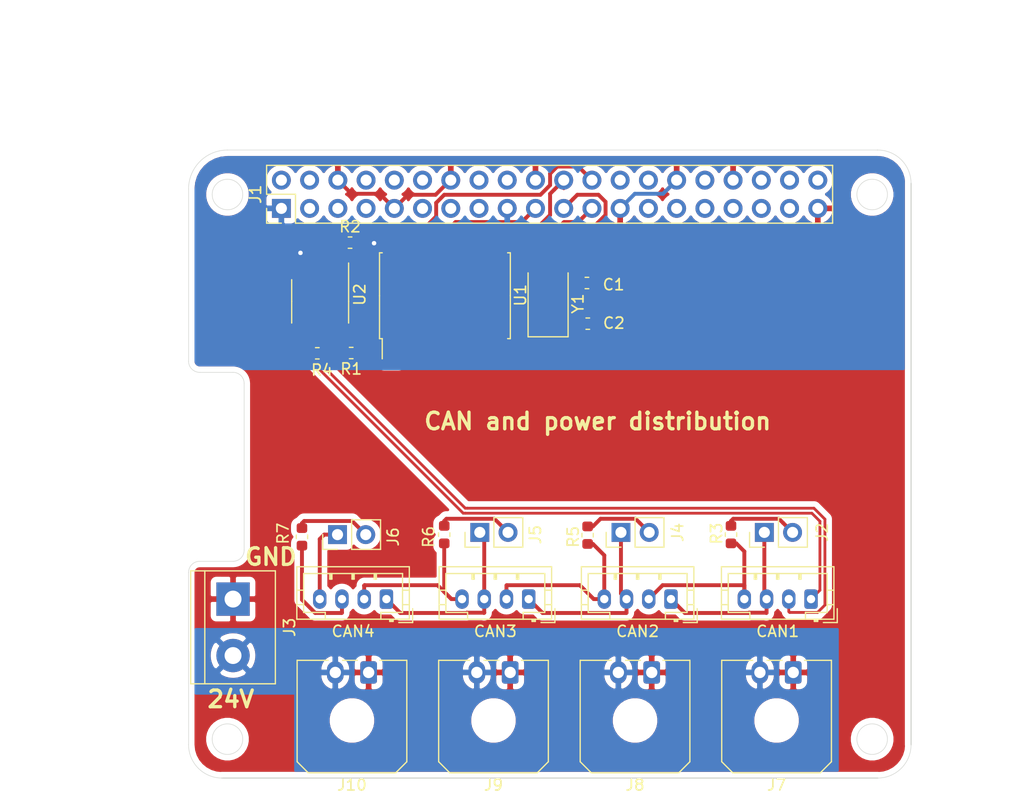
<source format=kicad_pcb>
(kicad_pcb (version 20171130) (host pcbnew "(5.1.5)-3")
  (layers (0 F.Cu signal) (31 B.Cu signal) (34 B.Paste user) (35 F.Paste user) (36 B.SilkS user) (37 F.SilkS user) (38 B.Mask user) (39 F.Mask user) (44 Edge.Cuts user))
  (net 0 "")
  (net 1 GND)
  (net 2 "Net-(C1-Pad1)")
  (net 3 "Net-(C2-Pad1)")
  (net 4 +3V3)
  (net 5 GPIO25)
  (net 6 "Net-(J2-Pad2)")
  (net 7 CANL)
  (net 8 CANH)
  (net 9 "Net-(J4-Pad2)")
  (net 10 "Net-(J5-Pad2)")
  (net 11 "Net-(J6-Pad2)")
  (net 12 "Net-(R1-Pad2)")
  (net 13 "Net-(R2-Pad1)")
  (net 14 "Net-(U1-Pad1)")
  (net 15 "Net-(U1-Pad2)")
  (net 16 MOSI)
  (net 17 MISO)
  (net 18 SCK)
  (net 19 CS)
  (net 20 "Net-(CAN1-Pad3)")
  (net 21 "Net-(CAN1-Pad4)")
  (net 22 "Net-(CAN2-Pad4)")
  (net 23 "Net-(CAN2-Pad3)")
  (net 24 "Net-(CAN3-Pad3)")
  (net 25 "Net-(CAN3-Pad4)")
  (net 26 "Net-(CAN4-Pad4)")
  (net 27 "Net-(CAN4-Pad3)")
  (net 28 "Net-(J10-Pad2)")
  (module Capacitor_SMD:C_0603_1608Metric (layer F.Cu) (at 135.8391 111.9632)
    (fp_text reference C1 (at 2.4 0.15) (layer F.SilkS))
    (fp_text value C)
    (pad 2 smd roundrect (at 0.7875 0) (size 0.875 0.95) (layers F.Cu F.Paste F.Mask) (net 1 GND))
    (pad 1 smd roundrect (at -0.7875 0) (size 0.875 0.95) (layers F.Cu F.Paste F.Mask) (net 2 "Net-(C1-Pad1)"))
  )
  (module Capacitor_SMD:C_0603_1608Metric (layer F.Cu) (at 135.9154 115.6208)
    (fp_text reference C2 (at 2.35 -0.05) (layer F.SilkS))
    (fp_text value C)
    (pad 1 smd roundrect (at -0.7875 0) (size 0.875 0.95) (layers F.Cu F.Paste F.Mask) (net 3 "Net-(C2-Pad1)"))
    (pad 2 smd roundrect (at 0.7875 0) (size 0.875 0.95) (layers F.Cu F.Paste F.Mask) (net 1 GND))
  )
  (module Connector_PinHeader_2.54mm:PinHeader_2x20_P2.54mm_Vertical (layer F.Cu) (at 108.35 105.25 90)
    (fp_text reference J1 (at 1.27 -2.33 90) (layer F.SilkS))
    (fp_text value Raspberry_Pi_2_3)
    (pad 1 thru_hole rect (at 0 0 90) (size 1.7 1.7) (drill 1) (layers *.Cu *.Mask) (net 4 +3V3))
    (pad 2 thru_hole oval (at 2.54 0 90) (size 1.7 1.7) (drill 1) (layers *.Cu *.Mask))
    (pad 3 thru_hole oval (at 0 2.54 90) (size 1.7 1.7) (drill 1) (layers *.Cu *.Mask))
    (pad 4 thru_hole oval (at 2.54 2.54 90) (size 1.7 1.7) (drill 1) (layers *.Cu *.Mask))
    (pad 5 thru_hole oval (at 0 5.08 90) (size 1.7 1.7) (drill 1) (layers *.Cu *.Mask))
    (pad 6 thru_hole oval (at 2.54 5.08 90) (size 1.7 1.7) (drill 1) (layers *.Cu *.Mask) (net 1 GND))
    (pad 7 thru_hole oval (at 0 7.62 90) (size 1.7 1.7) (drill 1) (layers *.Cu *.Mask))
    (pad 8 thru_hole oval (at 2.54 7.62 90) (size 1.7 1.7) (drill 1) (layers *.Cu *.Mask))
    (pad 9 thru_hole oval (at 0 10.16 90) (size 1.7 1.7) (drill 1) (layers *.Cu *.Mask) (net 1 GND))
    (pad 10 thru_hole oval (at 2.54 10.16 90) (size 1.7 1.7) (drill 1) (layers *.Cu *.Mask))
    (pad 11 thru_hole oval (at 0 12.7 90) (size 1.7 1.7) (drill 1) (layers *.Cu *.Mask))
    (pad 12 thru_hole oval (at 2.54 12.7 90) (size 1.7 1.7) (drill 1) (layers *.Cu *.Mask))
    (pad 13 thru_hole oval (at 0 15.24 90) (size 1.7 1.7) (drill 1) (layers *.Cu *.Mask))
    (pad 14 thru_hole oval (at 2.54 15.24 90) (size 1.7 1.7) (drill 1) (layers *.Cu *.Mask) (net 1 GND))
    (pad 15 thru_hole oval (at 0 17.78 90) (size 1.7 1.7) (drill 1) (layers *.Cu *.Mask))
    (pad 16 thru_hole oval (at 2.54 17.78 90) (size 1.7 1.7) (drill 1) (layers *.Cu *.Mask))
    (pad 17 thru_hole oval (at 0 20.32 90) (size 1.7 1.7) (drill 1) (layers *.Cu *.Mask) (net 4 +3V3))
    (pad 18 thru_hole oval (at 2.54 20.32 90) (size 1.7 1.7) (drill 1) (layers *.Cu *.Mask))
    (pad 19 thru_hole oval (at 0 22.86 90) (size 1.7 1.7) (drill 1) (layers *.Cu *.Mask) (net 16 MOSI))
    (pad 20 thru_hole oval (at 2.54 22.86 90) (size 1.7 1.7) (drill 1) (layers *.Cu *.Mask) (net 1 GND))
    (pad 21 thru_hole oval (at 0 25.4 90) (size 1.7 1.7) (drill 1) (layers *.Cu *.Mask) (net 17 MISO))
    (pad 22 thru_hole oval (at 2.54 25.4 90) (size 1.7 1.7) (drill 1) (layers *.Cu *.Mask) (net 5 GPIO25))
    (pad 23 thru_hole oval (at 0 27.94 90) (size 1.7 1.7) (drill 1) (layers *.Cu *.Mask) (net 18 SCK))
    (pad 24 thru_hole oval (at 2.54 27.94 90) (size 1.7 1.7) (drill 1) (layers *.Cu *.Mask) (net 19 CS))
    (pad 25 thru_hole oval (at 0 30.48 90) (size 1.7 1.7) (drill 1) (layers *.Cu *.Mask) (net 1 GND))
    (pad 26 thru_hole oval (at 2.54 30.48 90) (size 1.7 1.7) (drill 1) (layers *.Cu *.Mask))
    (pad 27 thru_hole oval (at 0 33.02 90) (size 1.7 1.7) (drill 1) (layers *.Cu *.Mask))
    (pad 28 thru_hole oval (at 2.54 33.02 90) (size 1.7 1.7) (drill 1) (layers *.Cu *.Mask))
    (pad 29 thru_hole oval (at 0 35.56 90) (size 1.7 1.7) (drill 1) (layers *.Cu *.Mask))
    (pad 30 thru_hole oval (at 2.54 35.56 90) (size 1.7 1.7) (drill 1) (layers *.Cu *.Mask) (net 1 GND))
    (pad 31 thru_hole oval (at 0 38.1 90) (size 1.7 1.7) (drill 1) (layers *.Cu *.Mask))
    (pad 32 thru_hole oval (at 2.54 38.1 90) (size 1.7 1.7) (drill 1) (layers *.Cu *.Mask))
    (pad 33 thru_hole oval (at 0 40.64 90) (size 1.7 1.7) (drill 1) (layers *.Cu *.Mask))
    (pad 34 thru_hole oval (at 2.54 40.64 90) (size 1.7 1.7) (drill 1) (layers *.Cu *.Mask) (net 1 GND))
    (pad 35 thru_hole oval (at 0 43.18 90) (size 1.7 1.7) (drill 1) (layers *.Cu *.Mask))
    (pad 36 thru_hole oval (at 2.54 43.18 90) (size 1.7 1.7) (drill 1) (layers *.Cu *.Mask))
    (pad 37 thru_hole oval (at 0 45.72 90) (size 1.7 1.7) (drill 1) (layers *.Cu *.Mask))
    (pad 38 thru_hole oval (at 2.54 45.72 90) (size 1.7 1.7) (drill 1) (layers *.Cu *.Mask))
    (pad 39 thru_hole oval (at 0 48.26 90) (size 1.7 1.7) (drill 1) (layers *.Cu *.Mask) (net 1 GND))
    (pad 40 thru_hole oval (at 2.54 48.26 90) (size 1.7 1.7) (drill 1) (layers *.Cu *.Mask))
  )
  (module Connector_PinHeader_2.54mm:PinHeader_1x02_P2.54mm_Vertical (layer F.Cu) (at 151.8 134.4 90)
    (fp_text reference J2 (at 0 5.2 90) (layer F.SilkS))
    (fp_text value Conn_01x02)
    (pad 1 thru_hole rect (at 0 0 90) (size 1.7 1.7) (drill 1) (layers *.Cu *.Mask) (net 20 "Net-(CAN1-Pad3)"))
    (pad 2 thru_hole oval (at 0 2.54 90) (size 1.7 1.7) (drill 1) (layers *.Cu *.Mask) (net 6 "Net-(J2-Pad2)"))
  )
  (module Connector_JST:JST_PH_B4B-PH-K_1x04_P2.00mm_Vertical (layer F.Cu) (at 156 140.4 180)
    (fp_text reference CAN1 (at 3 -2.9) (layer F.SilkS))
    (fp_text value Conn_01x04)
    (pad 1 thru_hole roundrect (at 0 0 180) (size 1.2 1.75) (drill 0.75) (layers *.Cu *.Mask) (roundrect_rratio 0.208333) (net 7 CANL))
    (pad 2 thru_hole oval (at 2 0 180) (size 1.2 1.75) (drill 0.75) (layers *.Cu *.Mask) (net 8 CANH))
    (pad 3 thru_hole oval (at 4 0 180) (size 1.2 1.75) (drill 0.75) (layers *.Cu *.Mask) (net 20 "Net-(CAN1-Pad3)"))
    (pad 4 thru_hole oval (at 6 0 180) (size 1.2 1.75) (drill 0.75) (layers *.Cu *.Mask) (net 21 "Net-(CAN1-Pad4)"))
  )
  (module Connector_PinHeader_2.54mm:PinHeader_1x02_P2.54mm_Vertical (layer F.Cu) (at 138.9 134.4 90)
    (fp_text reference J4 (at 0 5.1 90) (layer F.SilkS))
    (fp_text value Conn_01x02)
    (pad 2 thru_hole oval (at 0 2.54 90) (size 1.7 1.7) (drill 1) (layers *.Cu *.Mask) (net 9 "Net-(J4-Pad2)"))
    (pad 1 thru_hole rect (at 0 0 90) (size 1.7 1.7) (drill 1) (layers *.Cu *.Mask) (net 23 "Net-(CAN2-Pad3)"))
  )
  (module Connector_PinHeader_2.54mm:PinHeader_1x02_P2.54mm_Vertical (layer F.Cu) (at 126.2 134.4 90)
    (fp_text reference J5 (at -0.2 5 90) (layer F.SilkS))
    (fp_text value Conn_01x02)
    (pad 1 thru_hole rect (at 0 0 90) (size 1.7 1.7) (drill 1) (layers *.Cu *.Mask) (net 24 "Net-(CAN3-Pad3)"))
    (pad 2 thru_hole oval (at 0 2.54 90) (size 1.7 1.7) (drill 1) (layers *.Cu *.Mask) (net 10 "Net-(J5-Pad2)"))
  )
  (module Connector_PinHeader_2.54mm:PinHeader_1x02_P2.54mm_Vertical (layer F.Cu) (at 113.4 134.6 90)
    (fp_text reference J6 (at -0.2 5 90) (layer F.SilkS))
    (fp_text value Conn_01x02)
    (pad 2 thru_hole oval (at 0 2.54 90) (size 1.7 1.7) (drill 1) (layers *.Cu *.Mask) (net 11 "Net-(J6-Pad2)"))
    (pad 1 thru_hole rect (at 0 0 90) (size 1.7 1.7) (drill 1) (layers *.Cu *.Mask) (net 26 "Net-(CAN4-Pad4)"))
  )
  (module Connector_JST:JST_PH_B4B-PH-K_1x04_P2.00mm_Vertical (layer F.Cu) (at 143.4 140.4 180)
    (fp_text reference CAN2 (at 3 -2.9) (layer F.SilkS))
    (fp_text value Conn_01x04)
    (pad 4 thru_hole oval (at 6 0 180) (size 1.2 1.75) (drill 0.75) (layers *.Cu *.Mask) (net 22 "Net-(CAN2-Pad4)"))
    (pad 3 thru_hole oval (at 4 0 180) (size 1.2 1.75) (drill 0.75) (layers *.Cu *.Mask) (net 23 "Net-(CAN2-Pad3)"))
    (pad 2 thru_hole oval (at 2 0 180) (size 1.2 1.75) (drill 0.75) (layers *.Cu *.Mask) (net 21 "Net-(CAN1-Pad4)"))
    (pad 1 thru_hole roundrect (at 0 0 180) (size 1.2 1.75) (drill 0.75) (layers *.Cu *.Mask) (roundrect_rratio 0.208333) (net 20 "Net-(CAN1-Pad3)"))
  )
  (module Connector_JST:JST_PH_B4B-PH-K_1x04_P2.00mm_Vertical (layer F.Cu) (at 130.6 140.4 180)
    (fp_text reference CAN3 (at 3 -2.9) (layer F.SilkS))
    (fp_text value Conn_01x04)
    (pad 1 thru_hole roundrect (at 0 0 180) (size 1.2 1.75) (drill 0.75) (layers *.Cu *.Mask) (roundrect_rratio 0.208333) (net 23 "Net-(CAN2-Pad3)"))
    (pad 2 thru_hole oval (at 2 0 180) (size 1.2 1.75) (drill 0.75) (layers *.Cu *.Mask) (net 22 "Net-(CAN2-Pad4)"))
    (pad 3 thru_hole oval (at 4 0 180) (size 1.2 1.75) (drill 0.75) (layers *.Cu *.Mask) (net 24 "Net-(CAN3-Pad3)"))
    (pad 4 thru_hole oval (at 6 0 180) (size 1.2 1.75) (drill 0.75) (layers *.Cu *.Mask) (net 25 "Net-(CAN3-Pad4)"))
  )
  (module Connector_JST:JST_PH_B4B-PH-K_1x04_P2.00mm_Vertical (layer F.Cu) (at 117.8 140.4 180)
    (fp_text reference CAN4 (at 3 -2.9) (layer F.SilkS))
    (fp_text value Conn_01x04)
    (pad 4 thru_hole oval (at 6 0 180) (size 1.2 1.75) (drill 0.75) (layers *.Cu *.Mask) (net 26 "Net-(CAN4-Pad4)"))
    (pad 3 thru_hole oval (at 4 0 180) (size 1.2 1.75) (drill 0.75) (layers *.Cu *.Mask) (net 27 "Net-(CAN4-Pad3)"))
    (pad 2 thru_hole oval (at 2 0 180) (size 1.2 1.75) (drill 0.75) (layers *.Cu *.Mask) (net 25 "Net-(CAN3-Pad4)"))
    (pad 1 thru_hole roundrect (at 0 0 180) (size 1.2 1.75) (drill 0.75) (layers *.Cu *.Mask) (roundrect_rratio 0.208333) (net 24 "Net-(CAN3-Pad3)"))
  )
  (module Resistor_SMD:R_0603_1608Metric (layer F.Cu) (at 114.6302 118.2624 180)
    (fp_text reference R1 (at 0 -1.43) (layer F.SilkS))
    (fp_text value 1k)
    (pad 2 smd roundrect (at 0.7875 0 180) (size 0.875 0.95) (layers F.Cu F.Paste F.Mask) (net 12 "Net-(R1-Pad2)"))
    (pad 1 smd roundrect (at -0.7875 0 180) (size 0.875 0.95) (layers F.Cu F.Paste F.Mask) (net 1 GND))
  )
  (module Resistor_SMD:R_0603_1608Metric (layer F.Cu) (at 114.5286 108.331)
    (fp_text reference R2 (at 0 -1.43) (layer F.SilkS))
    (fp_text value 10k)
    (pad 1 smd roundrect (at -0.7875 0) (size 0.875 0.95) (layers F.Cu F.Paste F.Mask) (net 13 "Net-(R2-Pad1)"))
    (pad 2 smd roundrect (at 0.7875 0) (size 0.875 0.95) (layers F.Cu F.Paste F.Mask) (net 4 +3V3))
  )
  (module Resistor_SMD:R_0603_1608Metric (layer F.Cu) (at 148.8 134.6 270)
    (fp_text reference R3 (at -0.1 1.3 90) (layer F.SilkS))
    (fp_text value 120R)
    (pad 1 smd roundrect (at -0.7875 0 270) (size 0.875 0.95) (layers F.Cu F.Paste F.Mask) (net 6 "Net-(J2-Pad2)"))
    (pad 2 smd roundrect (at 0.7875 0 270) (size 0.875 0.95) (layers F.Cu F.Paste F.Mask) (net 21 "Net-(CAN1-Pad4)"))
  )
  (module Resistor_SMD:R_0603_1608Metric (layer F.Cu) (at 111.5822 118.2878 180)
    (fp_text reference R4 (at -0.4178 -1.5122) (layer F.SilkS))
    (fp_text value 120R)
    (pad 2 smd roundrect (at 0.7875 0 180) (size 0.875 0.95) (layers F.Cu F.Paste F.Mask) (net 7 CANL))
    (pad 1 smd roundrect (at -0.7875 0 180) (size 0.875 0.95) (layers F.Cu F.Paste F.Mask) (net 8 CANH))
  )
  (module Resistor_SMD:R_0603_1608Metric (layer F.Cu) (at 135.9 134.65 270)
    (fp_text reference R5 (at 0.15 1.3 90) (layer F.SilkS))
    (fp_text value 120R)
    (pad 1 smd roundrect (at -0.7875 0 270) (size 0.875 0.95) (layers F.Cu F.Paste F.Mask) (net 9 "Net-(J4-Pad2)"))
    (pad 2 smd roundrect (at 0.7875 0 270) (size 0.875 0.95) (layers F.Cu F.Paste F.Mask) (net 22 "Net-(CAN2-Pad4)"))
  )
  (module Resistor_SMD:R_0603_1608Metric (layer F.Cu) (at 123 134.6 270)
    (fp_text reference R6 (at 0.2 1.4 90) (layer F.SilkS))
    (fp_text value 120R)
    (pad 2 smd roundrect (at 0.7875 0 270) (size 0.875 0.95) (layers F.Cu F.Paste F.Mask) (net 25 "Net-(CAN3-Pad4)"))
    (pad 1 smd roundrect (at -0.7875 0 270) (size 0.875 0.95) (layers F.Cu F.Paste F.Mask) (net 10 "Net-(J5-Pad2)"))
  )
  (module Resistor_SMD:R_0603_1608Metric (layer F.Cu) (at 110.2 134.8 270)
    (fp_text reference R7 (at -0.3 1.7 90) (layer F.SilkS))
    (fp_text value 120R)
    (pad 1 smd roundrect (at -0.7875 0 270) (size 0.875 0.95) (layers F.Cu F.Paste F.Mask) (net 11 "Net-(J6-Pad2)"))
    (pad 2 smd roundrect (at 0.7875 0 270) (size 0.875 0.95) (layers F.Cu F.Paste F.Mask) (net 27 "Net-(CAN4-Pad3)"))
  )
  (module Package_SO:SOIC-18W_7.5x11.6mm_P1.27mm (layer F.Cu) (at 123.063 113.1062 90)
    (fp_text reference U1 (at 0.0432 6.796 270) (layer F.SilkS))
    (fp_text value MCP2515-xSO)
    (pad 1 smd roundrect (at -4.65 -5.08 90) (size 2.05 0.6) (layers F.Cu F.Paste F.Mask) (net 14 "Net-(U1-Pad1)"))
    (pad 2 smd roundrect (at -4.65 -3.81 90) (size 2.05 0.6) (layers F.Cu F.Paste F.Mask) (net 15 "Net-(U1-Pad2)"))
    (pad 3 smd roundrect (at -4.65 -2.54 90) (size 2.05 0.6) (layers F.Cu F.Paste F.Mask))
    (pad 4 smd roundrect (at -4.65 -1.27 90) (size 2.05 0.6) (layers F.Cu F.Paste F.Mask))
    (pad 5 smd roundrect (at -4.65 0 90) (size 2.05 0.6) (layers F.Cu F.Paste F.Mask))
    (pad 6 smd roundrect (at -4.65 1.27 90) (size 2.05 0.6) (layers F.Cu F.Paste F.Mask))
    (pad 7 smd roundrect (at -4.65 2.54 90) (size 2.05 0.6) (layers F.Cu F.Paste F.Mask) (net 2 "Net-(C1-Pad1)"))
    (pad 8 smd roundrect (at -4.65 3.81 90) (size 2.05 0.6) (layers F.Cu F.Paste F.Mask) (net 3 "Net-(C2-Pad1)"))
    (pad 9 smd roundrect (at -4.65 5.08 90) (size 2.05 0.6) (layers F.Cu F.Paste F.Mask) (net 1 GND))
    (pad 10 smd roundrect (at 4.65 5.08 90) (size 2.05 0.6) (layers F.Cu F.Paste F.Mask))
    (pad 11 smd roundrect (at 4.65 3.81 90) (size 2.05 0.6) (layers F.Cu F.Paste F.Mask))
    (pad 12 smd roundrect (at 4.65 2.54 90) (size 2.05 0.6) (layers F.Cu F.Paste F.Mask) (net 5 GPIO25))
    (pad 13 smd roundrect (at 4.65 1.27 90) (size 2.05 0.6) (layers F.Cu F.Paste F.Mask) (net 18 SCK))
    (pad 14 smd roundrect (at 4.65 0 90) (size 2.05 0.6) (layers F.Cu F.Paste F.Mask) (net 16 MOSI))
    (pad 15 smd roundrect (at 4.65 -1.27 90) (size 2.05 0.6) (layers F.Cu F.Paste F.Mask) (net 17 MISO))
    (pad 16 smd roundrect (at 4.65 -2.54 90) (size 2.05 0.6) (layers F.Cu F.Paste F.Mask) (net 19 CS))
    (pad 17 smd roundrect (at 4.65 -3.81 90) (size 2.05 0.6) (layers F.Cu F.Paste F.Mask) (net 13 "Net-(R2-Pad1)"))
    (pad 18 smd roundrect (at 4.65 -5.08 90) (size 2.05 0.6) (layers F.Cu F.Paste F.Mask) (net 4 +3V3))
  )
  (module Package_SO:SOIC-8_3.9x4.9mm_P1.27mm (layer F.Cu) (at 111.8362 113.6142 270)
    (fp_text reference U2 (at -0.6142 -3.5638 270) (layer F.SilkS))
    (fp_text value SN65HVD230)
    (pad 1 smd roundrect (at -2.475 -1.905 270) (size 1.95 0.6) (layers F.Cu F.Paste F.Mask) (net 14 "Net-(U1-Pad1)"))
    (pad 2 smd roundrect (at -2.475 -0.635 270) (size 1.95 0.6) (layers F.Cu F.Paste F.Mask) (net 1 GND))
    (pad 3 smd roundrect (at -2.475 0.635 270) (size 1.95 0.6) (layers F.Cu F.Paste F.Mask) (net 4 +3V3))
    (pad 4 smd roundrect (at -2.475 1.905 270) (size 1.95 0.6) (layers F.Cu F.Paste F.Mask) (net 15 "Net-(U1-Pad2)"))
    (pad 5 smd roundrect (at 2.475 1.905 270) (size 1.95 0.6) (layers F.Cu F.Paste F.Mask))
    (pad 6 smd roundrect (at 2.475 0.635 270) (size 1.95 0.6) (layers F.Cu F.Paste F.Mask) (net 7 CANL))
    (pad 7 smd roundrect (at 2.475 -0.635 270) (size 1.95 0.6) (layers F.Cu F.Paste F.Mask) (net 8 CANH))
    (pad 8 smd roundrect (at 2.475 -1.905 270) (size 1.95 0.6) (layers F.Cu F.Paste F.Mask) (net 12 "Net-(R1-Pad2)"))
  )
  (module Crystal:Crystal_SMD_5032-2Pin_5.0x3.2mm (layer F.Cu) (at 132.3442 113.7526 90)
    (fp_text reference Y1 (at -0.0648 2.6822 90) (layer F.SilkS))
    (fp_text value Crystal)
    (pad 1 smd rect (at -1.85 0 90) (size 2 2.4) (layers F.Cu F.Paste F.Mask) (net 3 "Net-(C2-Pad1)"))
    (pad 2 smd rect (at 1.85 0 90) (size 2 2.4) (layers F.Cu F.Paste F.Mask) (net 2 "Net-(C1-Pad1)"))
  )
  (module TerminalBlock:TerminalBlock_bornier-2_P5.08mm (layer F.Cu) (at 104 140.4 270)
    (fp_text reference J3 (at 2.54 -5.08 90) (layer F.SilkS))
    (fp_text value Conn_01x02)
    (pad 1 thru_hole rect (at 0 0 270) (size 3 3) (drill 1.52) (layers *.Cu *.Mask) (net 1 GND))
    (pad 2 thru_hole circle (at 5.08 0 270) (size 3 3) (drill 1.52) (layers *.Cu *.Mask) (net 28 "Net-(J10-Pad2)"))
  )
  (module Connector_Molex:Molex_Micro-Fit_3.0_43650-0200_1x02_P3.00mm_Horizontal (layer F.Cu) (at 154.4 147 180)
    (fp_text reference J7 (at 1.5 -10.12) (layer F.SilkS))
    (fp_text value Conn_01x02)
    (pad "" np_thru_hole circle (at 1.5 -4.32 180) (size 3 3) (drill 3) (layers *.Cu *.Mask))
    (pad 1 thru_hole roundrect (at 0 0 180) (size 1.5 2.02) (drill 1.02) (layers *.Cu *.Mask) (roundrect_rratio 0.166667) (net 1 GND))
    (pad 2 thru_hole oval (at 3 0 180) (size 1.5 2.02) (drill 1.02) (layers *.Cu *.Mask) (net 28 "Net-(J10-Pad2)"))
  )
  (module Connector_Molex:Molex_Micro-Fit_3.0_43650-0200_1x02_P3.00mm_Horizontal (layer F.Cu) (at 141.666666 147 180)
    (fp_text reference J8 (at 1.5 -10.12) (layer F.SilkS))
    (fp_text value Conn_01x02)
    (pad "" np_thru_hole circle (at 1.5 -4.32 180) (size 3 3) (drill 3) (layers *.Cu *.Mask))
    (pad 1 thru_hole roundrect (at 0 0 180) (size 1.5 2.02) (drill 1.02) (layers *.Cu *.Mask) (roundrect_rratio 0.166667) (net 1 GND))
    (pad 2 thru_hole oval (at 3 0 180) (size 1.5 2.02) (drill 1.02) (layers *.Cu *.Mask) (net 28 "Net-(J10-Pad2)"))
  )
  (module Connector_Molex:Molex_Micro-Fit_3.0_43650-0200_1x02_P3.00mm_Horizontal (layer F.Cu) (at 128.933333 147 180)
    (fp_text reference J9 (at 1.5 -10.12) (layer F.SilkS))
    (fp_text value Conn_01x02)
    (pad 2 thru_hole oval (at 3 0 180) (size 1.5 2.02) (drill 1.02) (layers *.Cu *.Mask) (net 28 "Net-(J10-Pad2)"))
    (pad 1 thru_hole roundrect (at 0 0 180) (size 1.5 2.02) (drill 1.02) (layers *.Cu *.Mask) (roundrect_rratio 0.166667) (net 1 GND))
    (pad "" np_thru_hole circle (at 1.5 -4.32 180) (size 3 3) (drill 3) (layers *.Cu *.Mask))
  )
  (module Connector_Molex:Molex_Micro-Fit_3.0_43650-0200_1x02_P3.00mm_Horizontal (layer F.Cu) (at 116.2 147 180)
    (fp_text reference J10 (at 1.5 -10.12) (layer F.SilkS))
    (fp_text value Conn_01x02)
    (pad 2 thru_hole oval (at 3 0 180) (size 1.5 2.02) (drill 1.02) (layers *.Cu *.Mask) (net 28 "Net-(J10-Pad2)"))
    (pad 1 thru_hole roundrect (at 0 0 180) (size 1.5 2.02) (drill 1.02) (layers *.Cu *.Mask) (roundrect_rratio 0.166667) (net 1 GND))
    (pad "" np_thru_hole circle (at 1.5 -4.32 180) (size 3 3) (drill 3) (layers *.Cu *.Mask))
  )
  (gr_text "CAN and power distribution" (at 136.8 124.4) (layer F.SilkS) (effects (font (size 1.5 1.5) (thickness 0.3))))
  (gr_line (start 100 103.5) (end 100 119) (layer Edge.Cuts) (width 0.05))
  (gr_arc (start 101 138) (end 101 137) (angle -90) (layer Edge.Cuts) (width 0.05))
  (gr_arc (start 104 136) (end 104 137) (angle -90) (layer Edge.Cuts) (width 0.05))
  (gr_arc (start 104 121) (end 105 121) (angle -90) (layer Edge.Cuts) (width 0.05))
  (gr_arc (start 101 119) (end 100 119) (angle -90) (layer Edge.Cuts) (width 0.05))
  (gr_line (start 104 137) (end 101 137) (layer Edge.Cuts) (width 0.05))
  (gr_line (start 105 121) (end 105 136) (layer Edge.Cuts) (width 0.05))
  (gr_line (start 101 120) (end 104 120) (layer Edge.Cuts) (width 0.05))
  (gr_text 24V (at 103.8 149.4) (layer F.SilkS) (effects (font (size 1.5 1.5) (thickness 0.3))))
  (gr_text GND (at 107.4 136.6) (layer F.SilkS) (effects (font (size 1.5 1.5) (thickness 0.3))))
  (gr_line (start 100 153.5) (end 100 138) (layer Edge.Cuts) (width 0.05))
  (gr_line (start 103.5 100) (end 161.95 100) (layer Edge.Cuts) (width 0.05))
  (gr_line (start 161.95 100) (end 162 100) (layer Edge.Cuts) (width 0.05))
  (gr_circle (center 161.5 153) (end 162.875 153) (layer Edge.Cuts) (width 0.05))
  (gr_circle (center 161.5 104) (end 162.875 104) (layer Edge.Cuts) (width 0.05))
  (gr_circle (center 103.5 104) (end 104.875 104) (layer Edge.Cuts) (width 0.05))
  (gr_circle (center 103.5 153) (end 104.875 153) (layer Edge.Cuts) (width 0.05))
  (gr_arc (start 103 153.5) (end 100 153.5) (angle -90) (layer Edge.Cuts) (width 0.05))
  (gr_arc (start 162 103) (end 165 103) (angle -90) (layer Edge.Cuts) (width 0.05))
  (gr_arc (start 162 153.5) (end 162 156.5) (angle -90) (layer Edge.Cuts) (width 0.05))
  (gr_arc (start 103.5 103.5) (end 103.5 100) (angle -90) (layer Edge.Cuts) (width 0.05))
  (gr_line (start 165 103) (end 165 153.5) (layer Edge.Cuts) (width 0.1))
  (gr_line (start 162 156.5) (end 103 156.5) (layer Edge.Cuts) (width 0.1))
  (segment (start 143.91 102.71) (end 142.684999 103.935001) (width 0.35) (layer F.Cu) (net 1))
  (segment (start 139.679999 104.400001) (end 138.83 105.25) (width 0.35) (layer B.Cu) (net 1))
  (segment (start 142.684999 103.935001) (end 140.144999 103.935001) (width 0.35) (layer B.Cu) (net 1))
  (segment (start 140.144999 103.935001) (end 139.679999 104.400001) (width 0.35) (layer B.Cu) (net 1))
  (segment (start 143.91 102.71) (end 142.684999 103.935001) (width 0.35) (layer B.Cu) (net 1))
  (segment (start 114.655001 103.935001) (end 114.279999 103.559999) (width 0.35) (layer F.Cu) (net 1))
  (segment (start 114.279999 103.559999) (end 113.43 102.71) (width 0.35) (layer F.Cu) (net 1))
  (segment (start 117.195001 103.935001) (end 114.655001 103.935001) (width 0.35) (layer F.Cu) (net 1))
  (segment (start 118.51 105.25) (end 117.195001 103.935001) (width 0.35) (layer F.Cu) (net 1))
  (segment (start 123.539168 102.71) (end 123.59 102.71) (width 0.35) (layer F.Cu) (net 1))
  (segment (start 122.224169 104.024999) (end 123.539168 102.71) (width 0.35) (layer F.Cu) (net 1))
  (segment (start 119.735001 104.024999) (end 122.224169 104.024999) (width 0.35) (layer F.Cu) (net 1))
  (segment (start 118.51 105.25) (end 119.735001 104.024999) (width 0.35) (layer F.Cu) (net 1))
  (segment (start 132.4048 111.9632) (end 132.3442 111.9026) (width 0.35) (layer F.Cu) (net 2))
  (segment (start 135.0516 111.9632) (end 132.4048 111.9632) (width 0.35) (layer F.Cu) (net 2))
  (segment (start 132.3442 111.9026) (end 130.3372 111.9026) (width 0.35) (layer F.Cu) (net 2))
  (segment (start 125.603 116.6368) (end 125.603 117.7562) (width 0.35) (layer F.Cu) (net 2))
  (segment (start 130.3372 111.9026) (end 125.603 116.6368) (width 0.35) (layer F.Cu) (net 2))
  (segment (start 130.7942 115.6026) (end 132.3442 115.6026) (width 0.35) (layer F.Cu) (net 3))
  (segment (start 127.46799 116.663732) (end 128.529122 115.6026) (width 0.35) (layer F.Cu) (net 3))
  (segment (start 127.46799 117.16121) (end 127.46799 116.663732) (width 0.35) (layer F.Cu) (net 3))
  (segment (start 128.529122 115.6026) (end 130.7942 115.6026) (width 0.35) (layer F.Cu) (net 3))
  (segment (start 126.873 117.7562) (end 127.46799 117.16121) (width 0.35) (layer F.Cu) (net 3))
  (segment (start 135.1097 115.6026) (end 135.1279 115.6208) (width 0.35) (layer F.Cu) (net 3))
  (segment (start 132.3442 115.6026) (end 135.1097 115.6026) (width 0.35) (layer F.Cu) (net 3))
  (via (at 110.065571 109.252733) (size 0.8) (drill 0.4) (layers F.Cu B.Cu) (net 4))
  (segment (start 111.2012 111.1392) (end 111.2012 110.388362) (width 0.35) (layer F.Cu) (net 4))
  (segment (start 111.2012 110.388362) (end 110.065571 109.252733) (width 0.35) (layer F.Cu) (net 4))
  (via (at 116.6876 108.3818) (size 0.8) (drill 0.4) (layers F.Cu B.Cu) (net 4))
  (segment (start 115.3161 108.331) (end 116.6368 108.331) (width 0.35) (layer F.Cu) (net 4))
  (segment (start 116.6368 108.331) (end 116.6876 108.3818) (width 0.35) (layer F.Cu) (net 4))
  (segment (start 116.762 108.4562) (end 116.6876 108.3818) (width 0.35) (layer F.Cu) (net 4))
  (segment (start 117.983 108.4562) (end 116.762 108.4562) (width 0.35) (layer F.Cu) (net 4))
  (segment (start 133.75 102.71) (end 133.75 103.436998) (width 0.35) (layer F.Cu) (net 5))
  (segment (start 132.900001 103.559999) (end 133.75 102.71) (width 0.35) (layer F.Cu) (net 5))
  (segment (start 132.524999 103.935001) (end 132.900001 103.559999) (width 0.35) (layer F.Cu) (net 5))
  (segment (start 132.524999 105.841679) (end 132.524999 103.935001) (width 0.35) (layer F.Cu) (net 5))
  (segment (start 128.510468 109.85621) (end 132.524999 105.841679) (width 0.35) (layer F.Cu) (net 5))
  (segment (start 126.505532 109.85621) (end 128.510468 109.85621) (width 0.35) (layer F.Cu) (net 5))
  (segment (start 125.903 109.253678) (end 126.505532 109.85621) (width 0.35) (layer F.Cu) (net 5))
  (segment (start 125.903 108.7562) (end 125.903 109.253678) (width 0.35) (layer F.Cu) (net 5))
  (segment (start 125.603 108.4562) (end 125.903 108.7562) (width 0.35) (layer F.Cu) (net 5))
  (segment (start 153.490001 133.550001) (end 154.34 134.4) (width 0.35) (layer F.Cu) (net 6))
  (segment (start 153.114999 133.174999) (end 153.490001 133.550001) (width 0.35) (layer F.Cu) (net 6))
  (segment (start 149.000001 133.174999) (end 153.114999 133.174999) (width 0.35) (layer F.Cu) (net 6))
  (segment (start 148.8 133.375) (end 149.000001 133.174999) (width 0.35) (layer F.Cu) (net 6))
  (segment (start 148.8 133.8125) (end 148.8 133.375) (width 0.35) (layer F.Cu) (net 6))
  (segment (start 111.2012 117.8813) (end 110.7947 118.2878) (width 0.35) (layer F.Cu) (net 7))
  (segment (start 111.2012 116.0892) (end 111.2012 117.8813) (width 0.35) (layer F.Cu) (net 7))
  (segment (start 124.906889 132.674989) (end 156.074989 132.674989) (width 0.25) (layer F.Cu) (net 7))
  (segment (start 156.074989 132.674989) (end 156.8 133.4) (width 0.25) (layer F.Cu) (net 7))
  (segment (start 156.8 139.6) (end 156 140.4) (width 0.25) (layer F.Cu) (net 7))
  (segment (start 156.8 133.4) (end 156.8 139.6) (width 0.25) (layer F.Cu) (net 7))
  (segment (start 124.706889 132.674989) (end 124.906889 132.674989) (width 0.25) (layer F.Cu) (net 7))
  (segment (start 110.7947 118.2878) (end 110.7947 118.7628) (width 0.25) (layer F.Cu) (net 7))
  (segment (start 110.7947 118.7628) (end 124.706889 132.674989) (width 0.25) (layer F.Cu) (net 7))
  (segment (start 112.4712 118.1863) (end 112.3697 118.2878) (width 0.35) (layer F.Cu) (net 8))
  (segment (start 112.4712 116.0892) (end 112.4712 118.1863) (width 0.35) (layer F.Cu) (net 8))
  (segment (start 154 141.525) (end 154.07501 141.60001) (width 0.25) (layer F.Cu) (net 8))
  (segment (start 156.58818 141.60001) (end 157.25001 140.93818) (width 0.25) (layer F.Cu) (net 8))
  (segment (start 154 140.4) (end 154 141.525) (width 0.25) (layer F.Cu) (net 8))
  (segment (start 157.25001 140.93818) (end 157.250009 133.213599) (width 0.25) (layer F.Cu) (net 8))
  (segment (start 157.250009 133.213599) (end 156.261389 132.224979) (width 0.25) (layer F.Cu) (net 8))
  (segment (start 154.07501 141.60001) (end 156.58818 141.60001) (width 0.25) (layer F.Cu) (net 8))
  (segment (start 156.261389 132.224979) (end 125.093289 132.224979) (width 0.25) (layer F.Cu) (net 8))
  (segment (start 112.3697 119.70139) (end 112.3697 118.2878) (width 0.25) (layer F.Cu) (net 8))
  (segment (start 125.093289 132.224979) (end 124.893289 132.224979) (width 0.25) (layer F.Cu) (net 8))
  (segment (start 124.893289 132.224979) (end 112.3697 119.70139) (width 0.25) (layer F.Cu) (net 8))
  (segment (start 140.590001 133.550001) (end 141.44 134.4) (width 0.35) (layer F.Cu) (net 9))
  (segment (start 140.214999 133.174999) (end 140.590001 133.550001) (width 0.35) (layer F.Cu) (net 9))
  (segment (start 137.062501 133.174999) (end 140.214999 133.174999) (width 0.35) (layer F.Cu) (net 9))
  (segment (start 136.375 133.8625) (end 137.062501 133.174999) (width 0.35) (layer F.Cu) (net 9))
  (segment (start 135.9 133.8625) (end 136.375 133.8625) (width 0.35) (layer F.Cu) (net 9))
  (segment (start 123 133.375) (end 123 133.8125) (width 0.35) (layer F.Cu) (net 10))
  (segment (start 123.200001 133.174999) (end 123 133.375) (width 0.35) (layer F.Cu) (net 10))
  (segment (start 127.514999 133.174999) (end 123.200001 133.174999) (width 0.35) (layer F.Cu) (net 10))
  (segment (start 128.74 134.4) (end 127.514999 133.174999) (width 0.35) (layer F.Cu) (net 10))
  (segment (start 110.2 133.575) (end 110.2 134.0125) (width 0.35) (layer F.Cu) (net 11))
  (segment (start 110.400001 133.374999) (end 110.2 133.575) (width 0.35) (layer F.Cu) (net 11))
  (segment (start 114.714999 133.374999) (end 110.400001 133.374999) (width 0.35) (layer F.Cu) (net 11))
  (segment (start 115.94 134.6) (end 114.714999 133.374999) (width 0.35) (layer F.Cu) (net 11))
  (segment (start 113.7412 118.1609) (end 113.8427 118.2624) (width 0.35) (layer F.Cu) (net 12))
  (segment (start 113.7412 116.0892) (end 113.7412 118.1609) (width 0.35) (layer F.Cu) (net 12))
  (segment (start 114.54091 107.05619) (end 113.7411 107.856) (width 0.35) (layer F.Cu) (net 13))
  (segment (start 118.350468 107.05619) (end 114.54091 107.05619) (width 0.35) (layer F.Cu) (net 13))
  (segment (start 113.7411 107.856) (end 113.7411 108.331) (width 0.35) (layer F.Cu) (net 13))
  (segment (start 119.253 107.958722) (end 118.350468 107.05619) (width 0.35) (layer F.Cu) (net 13))
  (segment (start 119.253 108.4562) (end 119.253 107.958722) (width 0.35) (layer F.Cu) (net 13))
  (segment (start 117.683 117.4562) (end 117.983 117.7562) (width 0.35) (layer F.Cu) (net 14))
  (segment (start 113.4412 113.2144) (end 117.683 117.4562) (width 0.35) (layer F.Cu) (net 14))
  (segment (start 113.4412 111.4392) (end 113.4412 113.2144) (width 0.35) (layer F.Cu) (net 14))
  (segment (start 113.7412 111.1392) (end 113.4412 111.4392) (width 0.35) (layer F.Cu) (net 14))
  (segment (start 119.253 118.7812) (end 119.253 117.7562) (width 0.35) (layer F.Cu) (net 15))
  (segment (start 118.87799 119.15621) (end 119.253 118.7812) (width 0.35) (layer F.Cu) (net 15))
  (segment (start 117.615532 119.15621) (end 118.87799 119.15621) (width 0.35) (layer F.Cu) (net 15))
  (segment (start 117.30799 118.848668) (end 117.615532 119.15621) (width 0.35) (layer F.Cu) (net 15))
  (segment (start 117.30799 117.938512) (end 117.30799 118.848668) (width 0.35) (layer F.Cu) (net 15))
  (segment (start 114.108668 114.73919) (end 117.30799 117.938512) (width 0.35) (layer F.Cu) (net 15))
  (segment (start 112.55619 114.73919) (end 114.108668 114.73919) (width 0.35) (layer F.Cu) (net 15))
  (segment (start 109.9312 112.1142) (end 112.55619 114.73919) (width 0.35) (layer F.Cu) (net 15))
  (segment (start 109.9312 111.1392) (end 109.9312 112.1142) (width 0.35) (layer F.Cu) (net 15))
  (segment (start 130.360001 106.099999) (end 131.21 105.25) (width 0.35) (layer F.Cu) (net 16))
  (segment (start 129.984999 106.475001) (end 130.360001 106.099999) (width 0.35) (layer F.Cu) (net 16))
  (segment (start 124.019199 106.475001) (end 129.984999 106.475001) (width 0.35) (layer F.Cu) (net 16))
  (segment (start 123.063 107.4312) (end 124.019199 106.475001) (width 0.35) (layer F.Cu) (net 16))
  (segment (start 123.063 108.4562) (end 123.063 107.4312) (width 0.35) (layer F.Cu) (net 16))
  (segment (start 134.599999 104.400001) (end 133.75 105.25) (width 0.35) (layer F.Cu) (net 17))
  (segment (start 137.515001 105.838001) (end 137.515001 104.661999) (width 0.35) (layer F.Cu) (net 17))
  (segment (start 136.878001 104.024999) (end 134.975001 104.024999) (width 0.35) (layer F.Cu) (net 17))
  (segment (start 136.327991 107.025011) (end 137.515001 105.838001) (width 0.35) (layer F.Cu) (net 17))
  (segment (start 130.415568 110.95623) (end 134.346787 107.025011) (width 0.35) (layer F.Cu) (net 17))
  (segment (start 134.346787 107.025011) (end 136.327991 107.025011) (width 0.35) (layer F.Cu) (net 17))
  (segment (start 123.26803 110.95623) (end 130.415568 110.95623) (width 0.35) (layer F.Cu) (net 17))
  (segment (start 137.515001 104.661999) (end 136.878001 104.024999) (width 0.35) (layer F.Cu) (net 17))
  (segment (start 121.793 109.4812) (end 123.26803 110.95623) (width 0.35) (layer F.Cu) (net 17))
  (segment (start 134.975001 104.024999) (end 134.599999 104.400001) (width 0.35) (layer F.Cu) (net 17))
  (segment (start 121.793 108.4562) (end 121.793 109.4812) (width 0.35) (layer F.Cu) (net 17))
  (segment (start 125.25802 110.40622) (end 129.01418 110.40622) (width 0.35) (layer F.Cu) (net 18))
  (segment (start 124.333 108.4562) (end 124.333 109.4812) (width 0.35) (layer F.Cu) (net 18))
  (segment (start 124.333 109.4812) (end 125.25802 110.40622) (width 0.35) (layer F.Cu) (net 18))
  (segment (start 129.01418 110.40622) (end 132.6134 106.807) (width 0.35) (layer F.Cu) (net 18))
  (segment (start 135.440001 106.099999) (end 136.29 105.25) (width 0.35) (layer F.Cu) (net 18))
  (segment (start 133.783599 106.475001) (end 135.064999 106.475001) (width 0.35) (layer F.Cu) (net 18))
  (segment (start 133.4516 106.807) (end 133.783599 106.475001) (width 0.35) (layer F.Cu) (net 18))
  (segment (start 135.064999 106.475001) (end 135.440001 106.099999) (width 0.35) (layer F.Cu) (net 18))
  (segment (start 132.6134 106.807) (end 133.4516 106.807) (width 0.35) (layer F.Cu) (net 18))
  (segment (start 120.8278 108.1514) (end 120.523 108.4562) (width 0.35) (layer F.Cu) (net 19))
  (segment (start 120.8278 107.3912) (end 120.8278 108.1514) (width 0.35) (layer F.Cu) (net 19))
  (segment (start 132.524999 102.121999) (end 132.524999 103.157171) (width 0.35) (layer F.Cu) (net 19))
  (segment (start 133.161999 101.484999) (end 132.524999 102.121999) (width 0.35) (layer F.Cu) (net 19))
  (segment (start 132.524999 103.157171) (end 131.657171 104.024999) (width 0.35) (layer F.Cu) (net 19))
  (segment (start 136.29 102.71) (end 135.064999 101.484999) (width 0.35) (layer F.Cu) (net 19))
  (segment (start 135.064999 101.484999) (end 133.161999 101.484999) (width 0.35) (layer F.Cu) (net 19))
  (segment (start 122.275001 104.751997) (end 122.275001 105.969399) (width 0.35) (layer F.Cu) (net 19))
  (segment (start 131.657171 104.024999) (end 123.001999 104.024999) (width 0.35) (layer F.Cu) (net 19))
  (segment (start 123.001999 104.024999) (end 122.275001 104.751997) (width 0.35) (layer F.Cu) (net 19))
  (segment (start 122.275001 105.969399) (end 121.0564 107.188) (width 0.35) (layer F.Cu) (net 19))
  (segment (start 121.0564 107.188) (end 121.031 107.188) (width 0.35) (layer F.Cu) (net 19))
  (segment (start 121.031 107.188) (end 120.8278 107.3912) (width 0.35) (layer F.Cu) (net 19))
  (segment (start 152 141.625) (end 151.97499 141.65001) (width 0.35) (layer F.Cu) (net 20))
  (segment (start 152 140.4) (end 152 141.625) (width 0.35) (layer F.Cu) (net 20))
  (segment (start 144 141) (end 143.4 140.4) (width 0.35) (layer F.Cu) (net 20))
  (segment (start 144.65001 141.65001) (end 144 141) (width 0.35) (layer F.Cu) (net 20))
  (segment (start 150.403862 141.65001) (end 144.65001 141.65001) (width 0.35) (layer F.Cu) (net 20))
  (segment (start 150.428872 141.625) (end 150.403862 141.65001) (width 0.35) (layer F.Cu) (net 20))
  (segment (start 152 141.625) (end 150.428872 141.625) (width 0.35) (layer F.Cu) (net 20))
  (segment (start 151.8 140.2) (end 152 140.4) (width 0.35) (layer F.Cu) (net 20))
  (segment (start 151.8 134.4) (end 151.8 140.2) (width 0.35) (layer F.Cu) (net 20))
  (segment (start 150 139.175) (end 150 140.4) (width 0.35) (layer F.Cu) (net 21))
  (segment (start 149.975 139.15) (end 150 139.175) (width 0.35) (layer F.Cu) (net 21))
  (segment (start 142.65 139.15) (end 149.975 139.15) (width 0.35) (layer F.Cu) (net 21))
  (segment (start 141.4 140.4) (end 142.65 139.15) (width 0.35) (layer F.Cu) (net 21))
  (segment (start 150 136.1125) (end 149.275 135.3875) (width 0.35) (layer F.Cu) (net 21))
  (segment (start 149.275 135.3875) (end 148.8 135.3875) (width 0.35) (layer F.Cu) (net 21))
  (segment (start 150 140.4) (end 150 136.1125) (width 0.35) (layer F.Cu) (net 21))
  (segment (start 136.375 135.4375) (end 135.9 135.4375) (width 0.35) (layer F.Cu) (net 22))
  (segment (start 137.4 136.4625) (end 136.375 135.4375) (width 0.35) (layer F.Cu) (net 22))
  (segment (start 137.4 140.4) (end 137.4 136.4625) (width 0.35) (layer F.Cu) (net 22))
  (segment (start 136.45 140.4) (end 135.19999 139.14999) (width 0.35) (layer F.Cu) (net 22))
  (segment (start 137.4 140.4) (end 136.45 140.4) (width 0.35) (layer F.Cu) (net 22))
  (segment (start 128.6 139.175) (end 128.6 140.4) (width 0.35) (layer F.Cu) (net 22))
  (segment (start 128.62501 139.14999) (end 128.6 139.175) (width 0.35) (layer F.Cu) (net 22))
  (segment (start 135.19999 139.14999) (end 128.62501 139.14999) (width 0.35) (layer F.Cu) (net 22))
  (segment (start 138.9 139.9) (end 139.4 140.4) (width 0.35) (layer F.Cu) (net 23))
  (segment (start 138.9 134.4) (end 138.9 139.9) (width 0.35) (layer F.Cu) (net 23))
  (segment (start 139.4 141.625) (end 139.4 140.4) (width 0.35) (layer F.Cu) (net 23))
  (segment (start 139.37499 141.65001) (end 139.4 141.625) (width 0.35) (layer F.Cu) (net 23))
  (segment (start 130.6 140.4) (end 131.85001 141.65001) (width 0.35) (layer F.Cu) (net 23))
  (segment (start 131.85001 141.65001) (end 139.37499 141.65001) (width 0.35) (layer F.Cu) (net 23))
  (segment (start 126.6 141.625) (end 126.57499 141.65001) (width 0.35) (layer F.Cu) (net 24))
  (segment (start 126.6 140.4) (end 126.6 141.625) (width 0.35) (layer F.Cu) (net 24))
  (segment (start 126.6 134.8) (end 126.2 134.4) (width 0.35) (layer F.Cu) (net 24))
  (segment (start 126.6 140.4) (end 126.6 134.8) (width 0.35) (layer F.Cu) (net 24))
  (segment (start 118.4 141) (end 117.8 140.4) (width 0.35) (layer F.Cu) (net 24))
  (segment (start 119.05001 141.65001) (end 118.4 141) (width 0.35) (layer F.Cu) (net 24))
  (segment (start 125.003862 141.65001) (end 119.05001 141.65001) (width 0.35) (layer F.Cu) (net 24))
  (segment (start 125.028872 141.625) (end 125.003862 141.65001) (width 0.35) (layer F.Cu) (net 24))
  (segment (start 126.6 141.625) (end 125.028872 141.625) (width 0.35) (layer F.Cu) (net 24))
  (segment (start 115.82501 139.14999) (end 115.8 139.175) (width 0.35) (layer F.Cu) (net 25))
  (segment (start 123.65 140.4) (end 122.39999 139.14999) (width 0.35) (layer F.Cu) (net 25))
  (segment (start 123 139.75) (end 123.65 140.4) (width 0.35) (layer F.Cu) (net 25))
  (segment (start 123.65 140.4) (end 124.6 140.4) (width 0.35) (layer F.Cu) (net 25))
  (segment (start 123 135.3875) (end 123 139.75) (width 0.35) (layer F.Cu) (net 25))
  (segment (start 122.39999 139.14999) (end 115.85001 139.14999) (width 0.35) (layer F.Cu) (net 25))
  (segment (start 115.8 139.175) (end 115.8 139.2) (width 0.35) (layer F.Cu) (net 25))
  (segment (start 115.85001 139.14999) (end 115.8 139.2) (width 0.35) (layer F.Cu) (net 25))
  (segment (start 115.8 139.2) (end 115.8 140.4) (width 0.35) (layer F.Cu) (net 25))
  (segment (start 112.2 134.6) (end 113.4 134.6) (width 0.35) (layer F.Cu) (net 26))
  (segment (start 111.8 135) (end 112.2 134.6) (width 0.35) (layer F.Cu) (net 26))
  (segment (start 111.8 140.4) (end 111.8 135) (width 0.35) (layer F.Cu) (net 26))
  (segment (start 113.8 141.625) (end 113.8 140.4) (width 0.35) (layer F.Cu) (net 27))
  (segment (start 111.396138 141.65001) (end 113.77499 141.65001) (width 0.35) (layer F.Cu) (net 27))
  (segment (start 113.77499 141.65001) (end 113.8 141.625) (width 0.35) (layer F.Cu) (net 27))
  (segment (start 110.2 140.453872) (end 111.396138 141.65001) (width 0.35) (layer F.Cu) (net 27))
  (segment (start 110.2 135.5875) (end 110.2 140.453872) (width 0.35) (layer F.Cu) (net 27))
  (zone (net 1) (net_name GND) (layer F.Cu) (connect_pads (clearance 0.508)) (min_thickness 0.254) (fill yes (arc_segments 32) (thermal_gap 0.508) (thermal_bridge_width 0.508))
    (polygon (pts (xy 165 156.6) (xy 100 156.6) (xy 100 100) (xy 165 100)))
  )
  (zone (net 4) (net_name +3V3) (layer B.Cu) (connect_pads (clearance 0.508)) (min_thickness 0.254) (fill yes (arc_segments 32) (thermal_gap 0.508) (thermal_bridge_width 0.508))
    (polygon (pts (xy 165 119.8) (xy 100 119.8) (xy 100 100) (xy 165 100)))
  )
  (zone (net 28) (net_name "Net-(J10-Pad2)") (layer B.Cu) (connect_pads (clearance 0.508)) (min_thickness 0.254) (fill yes (arc_segments 32) (thermal_gap 0.508) (thermal_bridge_width 0.508))
    (polygon (pts (xy 158.5 156.5) (xy 109.5 156.4) (xy 109.5 149) (xy 100 149) (xy 100 143) (xy 158.5 143)))
  )
)
</source>
